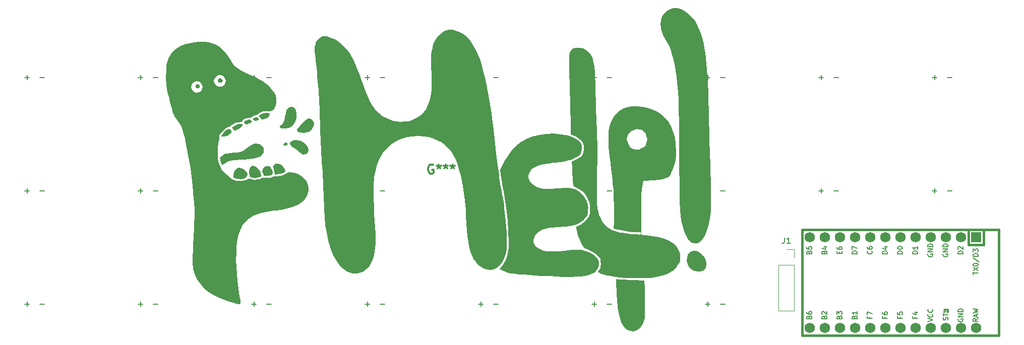
<source format=gbr>
%TF.GenerationSoftware,KiCad,Pcbnew,6.99.0*%
%TF.CreationDate,2022-01-01T23:32:49+11:00*%
%TF.ProjectId,help,68656c70-2e6b-4696-9361-645f70636258,rev?*%
%TF.SameCoordinates,Original*%
%TF.FileFunction,Legend,Top*%
%TF.FilePolarity,Positive*%
%FSLAX46Y46*%
G04 Gerber Fmt 4.6, Leading zero omitted, Abs format (unit mm)*
G04 Created by KiCad (PCBNEW 6.99.0) date 2022-01-01 23:32:49*
%MOMM*%
%LPD*%
G01*
G04 APERTURE LIST*
%ADD10C,0.150000*%
%ADD11C,0.300000*%
%ADD12C,0.120000*%
%ADD13C,0.381000*%
%ADD14R,1.752600X1.752600*%
%ADD15C,1.752600*%
G04 APERTURE END LIST*
D10*
%TO.C,SW25*%
X194564047Y-44846428D02*
X195325952Y-44846428D01*
X192024047Y-44846428D02*
X192785952Y-44846428D01*
X192405000Y-45227380D02*
X192405000Y-44465476D01*
%TO.C,J1*%
X167172916Y-71771130D02*
X167172916Y-72485416D01*
X167125297Y-72628273D01*
X167030059Y-72723511D01*
X166887202Y-72771130D01*
X166791964Y-72771130D01*
X168172916Y-72771130D02*
X167601488Y-72771130D01*
X167887202Y-72771130D02*
X167887202Y-71771130D01*
X167791964Y-71913988D01*
X167696726Y-72009226D01*
X167601488Y-72056845D01*
%TO.C,SW16*%
X137414047Y-44846428D02*
X138175952Y-44846428D01*
X134874047Y-44846428D02*
X135635952Y-44846428D01*
X135255000Y-45227380D02*
X135255000Y-44465476D01*
%TO.C,SW15*%
X118364047Y-82946428D02*
X119125952Y-82946428D01*
X115824047Y-82946428D02*
X116585952Y-82946428D01*
X116205000Y-83327380D02*
X116205000Y-82565476D01*
%TO.C,SW5*%
X58674047Y-63896428D02*
X59435952Y-63896428D01*
X59055000Y-64277380D02*
X59055000Y-63515476D01*
X61214047Y-63896428D02*
X61975952Y-63896428D01*
%TO.C,SW13*%
X115824047Y-44846428D02*
X116585952Y-44846428D01*
X116205000Y-45227380D02*
X116205000Y-44465476D01*
X118364047Y-44846428D02*
X119125952Y-44846428D01*
%TO.C,SW10*%
X96774047Y-44846428D02*
X97535952Y-44846428D01*
X97155000Y-45227380D02*
X97155000Y-44465476D01*
X99314047Y-44846428D02*
X100075952Y-44846428D01*
%TO.C,SW4*%
X61214047Y-44846428D02*
X61975952Y-44846428D01*
X58674047Y-44846428D02*
X59435952Y-44846428D01*
X59055000Y-45227380D02*
X59055000Y-44465476D01*
D11*
%TO.C,G\u002A\u002A\u002A*%
X108194928Y-59563000D02*
X108049785Y-59490428D01*
X107832071Y-59490428D01*
X107614357Y-59563000D01*
X107469214Y-59708142D01*
X107396642Y-59853285D01*
X107324071Y-60143571D01*
X107324071Y-60361285D01*
X107396642Y-60651571D01*
X107469214Y-60796714D01*
X107614357Y-60941857D01*
X107832071Y-61014428D01*
X107977214Y-61014428D01*
X108194928Y-60941857D01*
X108267500Y-60869285D01*
X108267500Y-60361285D01*
X107977214Y-60361285D01*
X109138357Y-59490428D02*
X109138357Y-59853285D01*
X108775500Y-59708142D02*
X109138357Y-59853285D01*
X109501214Y-59708142D01*
X108920642Y-60143571D02*
X109138357Y-59853285D01*
X109356071Y-60143571D01*
X110299500Y-59490428D02*
X110299500Y-59853285D01*
X109936642Y-59708142D02*
X110299500Y-59853285D01*
X110662357Y-59708142D01*
X110081785Y-60143571D02*
X110299500Y-59853285D01*
X110517214Y-60143571D01*
X111460642Y-59490428D02*
X111460642Y-59853285D01*
X111097785Y-59708142D02*
X111460642Y-59853285D01*
X111823500Y-59708142D01*
X111242928Y-60143571D02*
X111460642Y-59853285D01*
X111678357Y-60143571D01*
D10*
%TO.C,SW17*%
X134874047Y-63896428D02*
X135635952Y-63896428D01*
X135255000Y-64277380D02*
X135255000Y-63515476D01*
X137414047Y-63896428D02*
X138175952Y-63896428D01*
%TO.C,SW8*%
X77724047Y-63896428D02*
X78485952Y-63896428D01*
X78105000Y-64277380D02*
X78105000Y-63515476D01*
X80264047Y-63896428D02*
X81025952Y-63896428D01*
%TO.C,SW7*%
X77724047Y-44846428D02*
X78485952Y-44846428D01*
X78105000Y-45227380D02*
X78105000Y-44465476D01*
X80264047Y-44846428D02*
X81025952Y-44846428D01*
%TO.C,SW19*%
X153924047Y-44846428D02*
X154685952Y-44846428D01*
X154305000Y-45227380D02*
X154305000Y-44465476D01*
X156464047Y-44846428D02*
X157225952Y-44846428D01*
%TO.C,U1*%
X176416107Y-74466380D02*
X176416107Y-74199714D01*
X176835154Y-74085428D02*
X176835154Y-74466380D01*
X176035154Y-74466380D01*
X176035154Y-74085428D01*
X176035154Y-73399714D02*
X176035154Y-73552095D01*
X176073250Y-73628285D01*
X176111345Y-73666380D01*
X176225630Y-73742571D01*
X176378011Y-73780666D01*
X176682773Y-73780666D01*
X176758964Y-73742571D01*
X176797059Y-73704476D01*
X176835154Y-73628285D01*
X176835154Y-73475904D01*
X176797059Y-73399714D01*
X176758964Y-73361619D01*
X176682773Y-73323523D01*
X176492297Y-73323523D01*
X176416107Y-73361619D01*
X176378011Y-73399714D01*
X176339916Y-73475904D01*
X176339916Y-73628285D01*
X176378011Y-73704476D01*
X176416107Y-73742571D01*
X176492297Y-73780666D01*
X184036107Y-85102666D02*
X184036107Y-85369333D01*
X184455154Y-85369333D02*
X183655154Y-85369333D01*
X183655154Y-84988380D01*
X183655154Y-84340761D02*
X183655154Y-84493142D01*
X183693250Y-84569333D01*
X183731345Y-84607428D01*
X183845630Y-84683619D01*
X183998011Y-84721714D01*
X184302773Y-84721714D01*
X184378964Y-84683619D01*
X184417059Y-84645523D01*
X184455154Y-84569333D01*
X184455154Y-84416952D01*
X184417059Y-84340761D01*
X184378964Y-84302666D01*
X184302773Y-84264571D01*
X184112297Y-84264571D01*
X184036107Y-84302666D01*
X183998011Y-84340761D01*
X183959916Y-84416952D01*
X183959916Y-84569333D01*
X183998011Y-84645523D01*
X184036107Y-84683619D01*
X184112297Y-84721714D01*
X171336107Y-85159809D02*
X171374202Y-85045523D01*
X171412297Y-85007428D01*
X171488488Y-84969333D01*
X171602773Y-84969333D01*
X171678964Y-85007428D01*
X171717059Y-85045523D01*
X171755154Y-85121714D01*
X171755154Y-85426476D01*
X170955154Y-85426476D01*
X170955154Y-85159809D01*
X170993250Y-85083619D01*
X171031345Y-85045523D01*
X171107535Y-85007428D01*
X171183726Y-85007428D01*
X171259916Y-85045523D01*
X171298011Y-85083619D01*
X171336107Y-85159809D01*
X171336107Y-85426476D01*
X170955154Y-84283619D02*
X170955154Y-84436000D01*
X170993250Y-84512190D01*
X171031345Y-84550285D01*
X171145630Y-84626476D01*
X171298011Y-84664571D01*
X171602773Y-84664571D01*
X171678964Y-84626476D01*
X171717059Y-84588380D01*
X171755154Y-84512190D01*
X171755154Y-84359809D01*
X171717059Y-84283619D01*
X171678964Y-84245523D01*
X171602773Y-84207428D01*
X171412297Y-84207428D01*
X171336107Y-84245523D01*
X171298011Y-84283619D01*
X171259916Y-84359809D01*
X171259916Y-84512190D01*
X171298011Y-84588380D01*
X171336107Y-84626476D01*
X171412297Y-84664571D01*
X184455154Y-74504476D02*
X183655154Y-74504476D01*
X183655154Y-74314000D01*
X183693250Y-74199714D01*
X183769440Y-74123523D01*
X183845630Y-74085428D01*
X183998011Y-74047333D01*
X184112297Y-74047333D01*
X184264678Y-74085428D01*
X184340869Y-74123523D01*
X184417059Y-74199714D01*
X184455154Y-74314000D01*
X184455154Y-74504476D01*
X183921821Y-73361619D02*
X184455154Y-73361619D01*
X183617059Y-73552095D02*
X184188488Y-73742571D01*
X184188488Y-73247333D01*
X181838964Y-74047333D02*
X181877059Y-74085428D01*
X181915154Y-74199714D01*
X181915154Y-74275904D01*
X181877059Y-74390190D01*
X181800869Y-74466380D01*
X181724678Y-74504476D01*
X181572297Y-74542571D01*
X181458011Y-74542571D01*
X181305630Y-74504476D01*
X181229440Y-74466380D01*
X181153250Y-74390190D01*
X181115154Y-74275904D01*
X181115154Y-74199714D01*
X181153250Y-74085428D01*
X181191345Y-74047333D01*
X181115154Y-73361619D02*
X181115154Y-73514000D01*
X181153250Y-73590190D01*
X181191345Y-73628285D01*
X181305630Y-73704476D01*
X181458011Y-73742571D01*
X181762773Y-73742571D01*
X181838964Y-73704476D01*
X181877059Y-73666380D01*
X181915154Y-73590190D01*
X181915154Y-73437809D01*
X181877059Y-73361619D01*
X181838964Y-73323523D01*
X181762773Y-73285428D01*
X181572297Y-73285428D01*
X181496107Y-73323523D01*
X181458011Y-73361619D01*
X181419916Y-73437809D01*
X181419916Y-73590190D01*
X181458011Y-73666380D01*
X181496107Y-73704476D01*
X181572297Y-73742571D01*
X191313250Y-74523523D02*
X191275154Y-74599714D01*
X191275154Y-74714000D01*
X191313250Y-74828285D01*
X191389440Y-74904476D01*
X191465630Y-74942571D01*
X191618011Y-74980666D01*
X191732297Y-74980666D01*
X191884678Y-74942571D01*
X191960869Y-74904476D01*
X192037059Y-74828285D01*
X192075154Y-74714000D01*
X192075154Y-74637809D01*
X192037059Y-74523523D01*
X191998964Y-74485428D01*
X191732297Y-74485428D01*
X191732297Y-74637809D01*
X192075154Y-74142571D02*
X191275154Y-74142571D01*
X192075154Y-73685428D01*
X191275154Y-73685428D01*
X192075154Y-73304476D02*
X191275154Y-73304476D01*
X191275154Y-73114000D01*
X191313250Y-72999714D01*
X191389440Y-72923523D01*
X191465630Y-72885428D01*
X191618011Y-72847333D01*
X191732297Y-72847333D01*
X191884678Y-72885428D01*
X191960869Y-72923523D01*
X192037059Y-72999714D01*
X192075154Y-73114000D01*
X192075154Y-73304476D01*
X186576107Y-85102666D02*
X186576107Y-85369333D01*
X186995154Y-85369333D02*
X186195154Y-85369333D01*
X186195154Y-84988380D01*
X186195154Y-84302666D02*
X186195154Y-84683619D01*
X186576107Y-84721714D01*
X186538011Y-84683619D01*
X186499916Y-84607428D01*
X186499916Y-84416952D01*
X186538011Y-84340761D01*
X186576107Y-84302666D01*
X186652297Y-84264571D01*
X186842773Y-84264571D01*
X186918964Y-84302666D01*
X186957059Y-84340761D01*
X186995154Y-84416952D01*
X186995154Y-84607428D01*
X186957059Y-84683619D01*
X186918964Y-84721714D01*
X189535154Y-74504476D02*
X188735154Y-74504476D01*
X188735154Y-74314000D01*
X188773250Y-74199714D01*
X188849440Y-74123523D01*
X188925630Y-74085428D01*
X189078011Y-74047333D01*
X189192297Y-74047333D01*
X189344678Y-74085428D01*
X189420869Y-74123523D01*
X189497059Y-74199714D01*
X189535154Y-74314000D01*
X189535154Y-74504476D01*
X189535154Y-73285428D02*
X189535154Y-73742571D01*
X189535154Y-73514000D02*
X188735154Y-73514000D01*
X188849440Y-73590190D01*
X188925630Y-73666380D01*
X188963726Y-73742571D01*
X178956107Y-85159809D02*
X178994202Y-85045523D01*
X179032297Y-85007428D01*
X179108488Y-84969333D01*
X179222773Y-84969333D01*
X179298964Y-85007428D01*
X179337059Y-85045523D01*
X179375154Y-85121714D01*
X179375154Y-85426476D01*
X178575154Y-85426476D01*
X178575154Y-85159809D01*
X178613250Y-85083619D01*
X178651345Y-85045523D01*
X178727535Y-85007428D01*
X178803726Y-85007428D01*
X178879916Y-85045523D01*
X178918011Y-85083619D01*
X178956107Y-85159809D01*
X178956107Y-85426476D01*
X179375154Y-84207428D02*
X179375154Y-84664571D01*
X179375154Y-84436000D02*
X178575154Y-84436000D01*
X178689440Y-84512190D01*
X178765630Y-84588380D01*
X178803726Y-84664571D01*
X176416107Y-85159809D02*
X176454202Y-85045523D01*
X176492297Y-85007428D01*
X176568488Y-84969333D01*
X176682773Y-84969333D01*
X176758964Y-85007428D01*
X176797059Y-85045523D01*
X176835154Y-85121714D01*
X176835154Y-85426476D01*
X176035154Y-85426476D01*
X176035154Y-85159809D01*
X176073250Y-85083619D01*
X176111345Y-85045523D01*
X176187535Y-85007428D01*
X176263726Y-85007428D01*
X176339916Y-85045523D01*
X176378011Y-85083619D01*
X176416107Y-85159809D01*
X176416107Y-85426476D01*
X176035154Y-84702666D02*
X176035154Y-84207428D01*
X176339916Y-84474095D01*
X176339916Y-84359809D01*
X176378011Y-84283619D01*
X176416107Y-84245523D01*
X176492297Y-84207428D01*
X176682773Y-84207428D01*
X176758964Y-84245523D01*
X176797059Y-84283619D01*
X176835154Y-84359809D01*
X176835154Y-84588380D01*
X176797059Y-84664571D01*
X176758964Y-84702666D01*
X199695154Y-85388380D02*
X199314202Y-85655047D01*
X199695154Y-85845523D02*
X198895154Y-85845523D01*
X198895154Y-85540761D01*
X198933250Y-85464571D01*
X198971345Y-85426476D01*
X199047535Y-85388380D01*
X199161821Y-85388380D01*
X199238011Y-85426476D01*
X199276107Y-85464571D01*
X199314202Y-85540761D01*
X199314202Y-85845523D01*
X199466583Y-85083619D02*
X199466583Y-84702666D01*
X199695154Y-85159809D02*
X198895154Y-84893142D01*
X199695154Y-84626476D01*
X198895154Y-84436000D02*
X199695154Y-84245523D01*
X199123726Y-84093142D01*
X199695154Y-83940761D01*
X198895154Y-83750285D01*
X191275154Y-85902666D02*
X192075154Y-85636000D01*
X191275154Y-85369333D01*
X191998964Y-84645523D02*
X192037059Y-84683619D01*
X192075154Y-84797904D01*
X192075154Y-84874095D01*
X192037059Y-84988380D01*
X191960869Y-85064571D01*
X191884678Y-85102666D01*
X191732297Y-85140761D01*
X191618011Y-85140761D01*
X191465630Y-85102666D01*
X191389440Y-85064571D01*
X191313250Y-84988380D01*
X191275154Y-84874095D01*
X191275154Y-84797904D01*
X191313250Y-84683619D01*
X191351345Y-84645523D01*
X191998964Y-83845523D02*
X192037059Y-83883619D01*
X192075154Y-83997904D01*
X192075154Y-84074095D01*
X192037059Y-84188380D01*
X191960869Y-84264571D01*
X191884678Y-84302666D01*
X191732297Y-84340761D01*
X191618011Y-84340761D01*
X191465630Y-84302666D01*
X191389440Y-84264571D01*
X191313250Y-84188380D01*
X191275154Y-84074095D01*
X191275154Y-83997904D01*
X191313250Y-83883619D01*
X191351345Y-83845523D01*
X171336107Y-74237809D02*
X171374202Y-74123523D01*
X171412297Y-74085428D01*
X171488488Y-74047333D01*
X171602773Y-74047333D01*
X171678964Y-74085428D01*
X171717059Y-74123523D01*
X171755154Y-74199714D01*
X171755154Y-74504476D01*
X170955154Y-74504476D01*
X170955154Y-74237809D01*
X170993250Y-74161619D01*
X171031345Y-74123523D01*
X171107535Y-74085428D01*
X171183726Y-74085428D01*
X171259916Y-74123523D01*
X171298011Y-74161619D01*
X171336107Y-74237809D01*
X171336107Y-74504476D01*
X170955154Y-73323523D02*
X170955154Y-73704476D01*
X171336107Y-73742571D01*
X171298011Y-73704476D01*
X171259916Y-73628285D01*
X171259916Y-73437809D01*
X171298011Y-73361619D01*
X171336107Y-73323523D01*
X171412297Y-73285428D01*
X171602773Y-73285428D01*
X171678964Y-73323523D01*
X171717059Y-73361619D01*
X171755154Y-73437809D01*
X171755154Y-73628285D01*
X171717059Y-73704476D01*
X171678964Y-73742571D01*
X196393250Y-85445523D02*
X196355154Y-85521714D01*
X196355154Y-85636000D01*
X196393250Y-85750285D01*
X196469440Y-85826476D01*
X196545630Y-85864571D01*
X196698011Y-85902666D01*
X196812297Y-85902666D01*
X196964678Y-85864571D01*
X197040869Y-85826476D01*
X197117059Y-85750285D01*
X197155154Y-85636000D01*
X197155154Y-85559809D01*
X197117059Y-85445523D01*
X197078964Y-85407428D01*
X196812297Y-85407428D01*
X196812297Y-85559809D01*
X197155154Y-85064571D02*
X196355154Y-85064571D01*
X197155154Y-84607428D01*
X196355154Y-84607428D01*
X197155154Y-84226476D02*
X196355154Y-84226476D01*
X196355154Y-84036000D01*
X196393250Y-83921714D01*
X196469440Y-83845523D01*
X196545630Y-83807428D01*
X196698011Y-83769333D01*
X196812297Y-83769333D01*
X196964678Y-83807428D01*
X197040869Y-83845523D01*
X197117059Y-83921714D01*
X197155154Y-84036000D01*
X197155154Y-84226476D01*
X173876107Y-85159809D02*
X173914202Y-85045523D01*
X173952297Y-85007428D01*
X174028488Y-84969333D01*
X174142773Y-84969333D01*
X174218964Y-85007428D01*
X174257059Y-85045523D01*
X174295154Y-85121714D01*
X174295154Y-85426476D01*
X173495154Y-85426476D01*
X173495154Y-85159809D01*
X173533250Y-85083619D01*
X173571345Y-85045523D01*
X173647535Y-85007428D01*
X173723726Y-85007428D01*
X173799916Y-85045523D01*
X173838011Y-85083619D01*
X173876107Y-85159809D01*
X173876107Y-85426476D01*
X173571345Y-84664571D02*
X173533250Y-84626476D01*
X173495154Y-84550285D01*
X173495154Y-84359809D01*
X173533250Y-84283619D01*
X173571345Y-84245523D01*
X173647535Y-84207428D01*
X173723726Y-84207428D01*
X173838011Y-84245523D01*
X174295154Y-84702666D01*
X174295154Y-84207428D01*
X179375154Y-74504476D02*
X178575154Y-74504476D01*
X178575154Y-74314000D01*
X178613250Y-74199714D01*
X178689440Y-74123523D01*
X178765630Y-74085428D01*
X178918011Y-74047333D01*
X179032297Y-74047333D01*
X179184678Y-74085428D01*
X179260869Y-74123523D01*
X179337059Y-74199714D01*
X179375154Y-74314000D01*
X179375154Y-74504476D01*
X178575154Y-73780666D02*
X178575154Y-73247333D01*
X179375154Y-73590190D01*
X173876107Y-74237809D02*
X173914202Y-74123523D01*
X173952297Y-74085428D01*
X174028488Y-74047333D01*
X174142773Y-74047333D01*
X174218964Y-74085428D01*
X174257059Y-74123523D01*
X174295154Y-74199714D01*
X174295154Y-74504476D01*
X173495154Y-74504476D01*
X173495154Y-74237809D01*
X173533250Y-74161619D01*
X173571345Y-74123523D01*
X173647535Y-74085428D01*
X173723726Y-74085428D01*
X173799916Y-74123523D01*
X173838011Y-74161619D01*
X173876107Y-74237809D01*
X173876107Y-74504476D01*
X173761821Y-73361619D02*
X174295154Y-73361619D01*
X173457059Y-73552095D02*
X174028488Y-73742571D01*
X174028488Y-73247333D01*
X193853250Y-74523523D02*
X193815154Y-74599714D01*
X193815154Y-74714000D01*
X193853250Y-74828285D01*
X193929440Y-74904476D01*
X194005630Y-74942571D01*
X194158011Y-74980666D01*
X194272297Y-74980666D01*
X194424678Y-74942571D01*
X194500869Y-74904476D01*
X194577059Y-74828285D01*
X194615154Y-74714000D01*
X194615154Y-74637809D01*
X194577059Y-74523523D01*
X194538964Y-74485428D01*
X194272297Y-74485428D01*
X194272297Y-74637809D01*
X194615154Y-74142571D02*
X193815154Y-74142571D01*
X194615154Y-73685428D01*
X193815154Y-73685428D01*
X194615154Y-73304476D02*
X193815154Y-73304476D01*
X193815154Y-73114000D01*
X193853250Y-72999714D01*
X193929440Y-72923523D01*
X194005630Y-72885428D01*
X194158011Y-72847333D01*
X194272297Y-72847333D01*
X194424678Y-72885428D01*
X194500869Y-72923523D01*
X194577059Y-72999714D01*
X194615154Y-73114000D01*
X194615154Y-73304476D01*
X186995154Y-74504476D02*
X186195154Y-74504476D01*
X186195154Y-74314000D01*
X186233250Y-74199714D01*
X186309440Y-74123523D01*
X186385630Y-74085428D01*
X186538011Y-74047333D01*
X186652297Y-74047333D01*
X186804678Y-74085428D01*
X186880869Y-74123523D01*
X186957059Y-74199714D01*
X186995154Y-74314000D01*
X186995154Y-74504476D01*
X186195154Y-73552095D02*
X186195154Y-73475904D01*
X186233250Y-73399714D01*
X186271345Y-73361619D01*
X186347535Y-73323523D01*
X186499916Y-73285428D01*
X186690392Y-73285428D01*
X186842773Y-73323523D01*
X186918964Y-73361619D01*
X186957059Y-73399714D01*
X186995154Y-73475904D01*
X186995154Y-73552095D01*
X186957059Y-73628285D01*
X186918964Y-73666380D01*
X186842773Y-73704476D01*
X186690392Y-73742571D01*
X186499916Y-73742571D01*
X186347535Y-73704476D01*
X186271345Y-73666380D01*
X186233250Y-73628285D01*
X186195154Y-73552095D01*
X181496107Y-85102666D02*
X181496107Y-85369333D01*
X181915154Y-85369333D02*
X181115154Y-85369333D01*
X181115154Y-84988380D01*
X181115154Y-84759809D02*
X181115154Y-84226476D01*
X181915154Y-84569333D01*
X189116107Y-85102666D02*
X189116107Y-85369333D01*
X189535154Y-85369333D02*
X188735154Y-85369333D01*
X188735154Y-84988380D01*
X189001821Y-84340761D02*
X189535154Y-84340761D01*
X188697059Y-84531238D02*
X189268488Y-84721714D01*
X189268488Y-84226476D01*
X197155154Y-74504476D02*
X196355154Y-74504476D01*
X196355154Y-74314000D01*
X196393250Y-74199714D01*
X196469440Y-74123523D01*
X196545630Y-74085428D01*
X196698011Y-74047333D01*
X196812297Y-74047333D01*
X196964678Y-74085428D01*
X197040869Y-74123523D01*
X197117059Y-74199714D01*
X197155154Y-74314000D01*
X197155154Y-74504476D01*
X196431345Y-73742571D02*
X196393250Y-73704476D01*
X196355154Y-73628285D01*
X196355154Y-73437809D01*
X196393250Y-73361619D01*
X196431345Y-73323523D01*
X196507535Y-73285428D01*
X196583726Y-73285428D01*
X196698011Y-73323523D01*
X197155154Y-73780666D01*
X197155154Y-73285428D01*
X194607059Y-85641453D02*
X194645154Y-85527167D01*
X194645154Y-85336691D01*
X194607059Y-85260500D01*
X194568964Y-85222405D01*
X194492773Y-85184310D01*
X194416583Y-85184310D01*
X194340392Y-85222405D01*
X194302297Y-85260500D01*
X194264202Y-85336691D01*
X194226107Y-85489072D01*
X194188011Y-85565262D01*
X194149916Y-85603358D01*
X194073726Y-85641453D01*
X193997535Y-85641453D01*
X193921345Y-85603358D01*
X193883250Y-85565262D01*
X193845154Y-85489072D01*
X193845154Y-85298596D01*
X193883250Y-85184310D01*
X193845154Y-84955739D02*
X193845154Y-84498596D01*
X194645154Y-84727167D02*
X193845154Y-84727167D01*
X198895154Y-77993604D02*
X198895154Y-77536461D01*
X199695154Y-77765032D02*
X198895154Y-77765032D01*
X198895154Y-77345985D02*
X199695154Y-76812651D01*
X198895154Y-76812651D02*
X199695154Y-77345985D01*
X198895154Y-76355508D02*
X198895154Y-76279318D01*
X198933250Y-76203128D01*
X198971345Y-76165032D01*
X199047535Y-76126937D01*
X199199916Y-76088842D01*
X199390392Y-76088842D01*
X199542773Y-76126937D01*
X199618964Y-76165032D01*
X199657059Y-76203128D01*
X199695154Y-76279318D01*
X199695154Y-76355508D01*
X199657059Y-76431699D01*
X199618964Y-76469794D01*
X199542773Y-76507889D01*
X199390392Y-76545985D01*
X199199916Y-76545985D01*
X199047535Y-76507889D01*
X198971345Y-76469794D01*
X198933250Y-76431699D01*
X198895154Y-76355508D01*
X198857059Y-75174556D02*
X199885630Y-75860270D01*
X199695154Y-74907889D02*
X198895154Y-74907889D01*
X198895154Y-74717413D01*
X198933250Y-74603128D01*
X199009440Y-74526937D01*
X199085630Y-74488842D01*
X199238011Y-74450747D01*
X199352297Y-74450747D01*
X199504678Y-74488842D01*
X199580869Y-74526937D01*
X199657059Y-74603128D01*
X199695154Y-74717413D01*
X199695154Y-74907889D01*
X198895154Y-74184080D02*
X198895154Y-73688842D01*
X199199916Y-73955508D01*
X199199916Y-73841223D01*
X199238011Y-73765032D01*
X199276107Y-73726937D01*
X199352297Y-73688842D01*
X199542773Y-73688842D01*
X199618964Y-73726937D01*
X199657059Y-73765032D01*
X199695154Y-73841223D01*
X199695154Y-74069794D01*
X199657059Y-74145985D01*
X199618964Y-74184080D01*
%TO.C,SW20*%
X156464047Y-63896428D02*
X157225952Y-63896428D01*
X153924047Y-63896428D02*
X154685952Y-63896428D01*
X154305000Y-64277380D02*
X154305000Y-63515476D01*
%TO.C,SW11*%
X99314047Y-63896428D02*
X100075952Y-63896428D01*
X96774047Y-63896428D02*
X97535952Y-63896428D01*
X97155000Y-64277380D02*
X97155000Y-63515476D01*
%TO.C,SW26*%
X192024047Y-63896428D02*
X192785952Y-63896428D01*
X192405000Y-64277380D02*
X192405000Y-63515476D01*
X194564047Y-63896428D02*
X195325952Y-63896428D01*
%TO.C,SW21*%
X153924047Y-82946428D02*
X154685952Y-82946428D01*
X154305000Y-83327380D02*
X154305000Y-82565476D01*
X156464047Y-82946428D02*
X157225952Y-82946428D01*
%TO.C,SW14*%
X118364047Y-63896428D02*
X119125952Y-63896428D01*
X115824047Y-63896428D02*
X116585952Y-63896428D01*
X116205000Y-64277380D02*
X116205000Y-63515476D01*
%TO.C,SW12*%
X99314047Y-82946428D02*
X100075952Y-82946428D01*
X96774047Y-82946428D02*
X97535952Y-82946428D01*
X97155000Y-83327380D02*
X97155000Y-82565476D01*
%TO.C,SW18*%
X134874047Y-82946428D02*
X135635952Y-82946428D01*
X135255000Y-83327380D02*
X135255000Y-82565476D01*
X137414047Y-82946428D02*
X138175952Y-82946428D01*
%TO.C,SW22*%
X172974047Y-44846428D02*
X173735952Y-44846428D01*
X173355000Y-45227380D02*
X173355000Y-44465476D01*
X175514047Y-44846428D02*
X176275952Y-44846428D01*
%TO.C,SW9*%
X80264047Y-82946428D02*
X81025952Y-82946428D01*
X77724047Y-82946428D02*
X78485952Y-82946428D01*
X78105000Y-83327380D02*
X78105000Y-82565476D01*
%TO.C,SW1*%
X39624047Y-44846428D02*
X40385952Y-44846428D01*
X40005000Y-45227380D02*
X40005000Y-44465476D01*
X42164047Y-44846428D02*
X42925952Y-44846428D01*
%TO.C,SW2*%
X42164047Y-63896428D02*
X42925952Y-63896428D01*
X39624047Y-63896428D02*
X40385952Y-63896428D01*
X40005000Y-64277380D02*
X40005000Y-63515476D01*
%TO.C,SW3*%
X42164047Y-82946428D02*
X42925952Y-82946428D01*
X39624047Y-82946428D02*
X40385952Y-82946428D01*
X40005000Y-83327380D02*
X40005000Y-82565476D01*
%TO.C,SW23*%
X172974047Y-63896428D02*
X173735952Y-63896428D01*
X173355000Y-64277380D02*
X173355000Y-63515476D01*
X175514047Y-63896428D02*
X176275952Y-63896428D01*
%TO.C,SW6*%
X61214047Y-82946428D02*
X61975952Y-82946428D01*
X58674047Y-82946428D02*
X59435952Y-82946428D01*
X59055000Y-83327380D02*
X59055000Y-82565476D01*
D12*
%TO.C,J1*%
X166176250Y-76358750D02*
X166176250Y-84038750D01*
X166176250Y-76358750D02*
X168836250Y-76358750D01*
X166176250Y-84038750D02*
X168836250Y-84038750D01*
X167506250Y-73758750D02*
X168836250Y-73758750D01*
X168836250Y-73758750D02*
X168836250Y-75088750D01*
X168836250Y-76358750D02*
X168836250Y-84038750D01*
%TO.C,G\u002A\u002A\u002A*%
G36*
X68784435Y-46026496D02*
G01*
X68941837Y-46146927D01*
X68995809Y-46342918D01*
X68945823Y-46531260D01*
X68801382Y-46659108D01*
X68600397Y-46691890D01*
X68409798Y-46629606D01*
X68319360Y-46531260D01*
X68268465Y-46309231D01*
X68342815Y-46127275D01*
X68511986Y-46018412D01*
X68745556Y-46015661D01*
X68784435Y-46026496D01*
G37*
G36*
X83676894Y-55924067D02*
G01*
X83734617Y-56064659D01*
X83699794Y-56177536D01*
X83567990Y-56284238D01*
X83379479Y-56336256D01*
X83196733Y-56327378D01*
X83082226Y-56251393D01*
X83076788Y-56239486D01*
X83065585Y-56036943D01*
X83192968Y-55888674D01*
X83322660Y-55837159D01*
X83527113Y-55836986D01*
X83676894Y-55924067D01*
G37*
G36*
X72647318Y-45042969D02*
G01*
X72792503Y-45203138D01*
X72839954Y-45365491D01*
X72772501Y-45556678D01*
X72604810Y-45694447D01*
X72388879Y-45758633D01*
X72176709Y-45729075D01*
X72076396Y-45661565D01*
X71990011Y-45483263D01*
X72021070Y-45283697D01*
X72145200Y-45106185D01*
X72338030Y-44994045D01*
X72462154Y-44975921D01*
X72647318Y-45042969D01*
G37*
G36*
X78648856Y-51557653D02*
G01*
X78788308Y-51663190D01*
X78901946Y-51831996D01*
X78874137Y-51954976D01*
X78718803Y-52053598D01*
X78401993Y-52136289D01*
X78126291Y-52087229D01*
X78040721Y-52035559D01*
X77920096Y-51898136D01*
X77948216Y-51771575D01*
X78128188Y-51642727D01*
X78134244Y-51639578D01*
X78424445Y-51533599D01*
X78648856Y-51557653D01*
G37*
G36*
X82456403Y-59411506D02*
G01*
X82782816Y-59620490D01*
X83062714Y-59942553D01*
X83068724Y-59951755D01*
X83263013Y-60308828D01*
X83333702Y-60587467D01*
X83279762Y-60782069D01*
X83229905Y-60830277D01*
X82943766Y-60970675D01*
X82514539Y-61081223D01*
X82053298Y-61148710D01*
X81566334Y-61202183D01*
X81566334Y-60926353D01*
X81537771Y-60699425D01*
X81464216Y-60407035D01*
X81395662Y-60204530D01*
X81224991Y-59758537D01*
X81474806Y-59535327D01*
X81774724Y-59361694D01*
X82111148Y-59322831D01*
X82456403Y-59411506D01*
G37*
G36*
X74072004Y-53531295D02*
G01*
X74216650Y-53655712D01*
X74332648Y-53810677D01*
X74350118Y-53930940D01*
X74289188Y-54076743D01*
X74074292Y-54375367D01*
X73763349Y-54596840D01*
X73599268Y-54673256D01*
X73388666Y-54736300D01*
X73138822Y-54776890D01*
X72895288Y-54792565D01*
X72703618Y-54780867D01*
X72609366Y-54739335D01*
X72606212Y-54726874D01*
X72656315Y-54605704D01*
X72786736Y-54412248D01*
X72967640Y-54184445D01*
X73169193Y-53960231D01*
X73334454Y-53800819D01*
X73630989Y-53578382D01*
X73870762Y-53489540D01*
X74072004Y-53531295D01*
G37*
G36*
X75967552Y-60093436D02*
G01*
X76348370Y-60274268D01*
X76705528Y-60574483D01*
X76860867Y-60757532D01*
X76990548Y-60940410D01*
X77035100Y-61075451D01*
X77007094Y-61236217D01*
X76964564Y-61364432D01*
X76811861Y-61645130D01*
X76570870Y-61831003D01*
X76223859Y-61931050D01*
X75800690Y-61955088D01*
X75475425Y-61936615D01*
X75161561Y-61894980D01*
X74982592Y-61854468D01*
X74670936Y-61759715D01*
X74673873Y-61295579D01*
X74728003Y-60808004D01*
X74882597Y-60435573D01*
X75136297Y-60181129D01*
X75232623Y-60127707D01*
X75587496Y-60041434D01*
X75967552Y-60093436D01*
G37*
G36*
X75976372Y-52687562D02*
G01*
X76167316Y-52740479D01*
X76264369Y-52821748D01*
X76268175Y-52842944D01*
X76211112Y-52936997D01*
X76064567Y-53089994D01*
X75865505Y-53269811D01*
X75650890Y-53444322D01*
X75457686Y-53581402D01*
X75352086Y-53639096D01*
X75046319Y-53742179D01*
X74828413Y-53748924D01*
X74660378Y-53654888D01*
X74566960Y-53547252D01*
X74464756Y-53374985D01*
X74433513Y-53248485D01*
X74439141Y-53231665D01*
X74546397Y-53141652D01*
X74754853Y-53020931D01*
X75019179Y-52891816D01*
X75294045Y-52776620D01*
X75512078Y-52703531D01*
X75741353Y-52672185D01*
X75976372Y-52687562D01*
G37*
G36*
X77088848Y-51965219D02*
G01*
X77246972Y-51949169D01*
X77418648Y-51998646D01*
X77463309Y-52016889D01*
X77690366Y-52131780D01*
X77766489Y-52237076D01*
X77692927Y-52353441D01*
X77491861Y-52489364D01*
X77129158Y-52672941D01*
X76850834Y-52742955D01*
X76637130Y-52701763D01*
X76513527Y-52606016D01*
X76415606Y-52456083D01*
X76436593Y-52324462D01*
X76587685Y-52193671D01*
X76762557Y-52105062D01*
X76969402Y-52105062D01*
X77008359Y-52144019D01*
X77047316Y-52105062D01*
X77008359Y-52066105D01*
X76969402Y-52105062D01*
X76762557Y-52105062D01*
X76868986Y-52051134D01*
X77088848Y-51965219D01*
G37*
G36*
X80643267Y-59791047D02*
G01*
X80804371Y-59840815D01*
X80920641Y-59961707D01*
X81033921Y-60185334D01*
X81083475Y-60300487D01*
X81219893Y-60699675D01*
X81241704Y-61000246D01*
X81142007Y-61211904D01*
X80913903Y-61344352D01*
X80550493Y-61407292D01*
X80290472Y-61415798D01*
X80026018Y-61407490D01*
X79830860Y-61385778D01*
X79750325Y-61357362D01*
X79709208Y-61255497D01*
X79639106Y-61056364D01*
X79585303Y-60894895D01*
X79512404Y-60649208D01*
X79494202Y-60487996D01*
X79529662Y-60350213D01*
X79574484Y-60256833D01*
X79785118Y-59974447D01*
X80069229Y-59820534D01*
X80395481Y-59780795D01*
X80643267Y-59791047D01*
G37*
G36*
X79659410Y-50922394D02*
G01*
X80144966Y-50832696D01*
X80371753Y-50840207D01*
X80592999Y-50875032D01*
X80743421Y-50916873D01*
X80770573Y-50932715D01*
X80768956Y-51026876D01*
X80700972Y-51199257D01*
X80661949Y-51272987D01*
X80474707Y-51504126D01*
X80215531Y-51698807D01*
X79924997Y-51839222D01*
X79643680Y-51907564D01*
X79412155Y-51886023D01*
X79345782Y-51850648D01*
X79252657Y-51752936D01*
X79122062Y-51584667D01*
X79094185Y-51545535D01*
X78920502Y-51297666D01*
X79002848Y-51248006D01*
X79618482Y-51248006D01*
X79657439Y-51286963D01*
X79696396Y-51248006D01*
X79657439Y-51209049D01*
X79618482Y-51248006D01*
X79002848Y-51248006D01*
X79172099Y-51145936D01*
X79659410Y-50922394D01*
G37*
G36*
X87569949Y-51781900D02*
G01*
X87833822Y-51935039D01*
X87877641Y-51976467D01*
X88083283Y-52282616D01*
X88164003Y-52639090D01*
X88128349Y-53015792D01*
X87984870Y-53382625D01*
X87742115Y-53709492D01*
X87408633Y-53966295D01*
X87296245Y-54023333D01*
X86899018Y-54132961D01*
X86411874Y-54152454D01*
X85872980Y-54080425D01*
X85851610Y-54075780D01*
X85553625Y-53992518D01*
X85388086Y-53892880D01*
X85331675Y-53756006D01*
X85345483Y-53622955D01*
X85420893Y-53476642D01*
X85586266Y-53254224D01*
X85815521Y-52983596D01*
X86082577Y-52692656D01*
X86361355Y-52409301D01*
X86625773Y-52161427D01*
X86849752Y-51976932D01*
X86942408Y-51914816D01*
X87277676Y-51775479D01*
X87569949Y-51781900D01*
G37*
G36*
X84764584Y-49877680D02*
G01*
X84997588Y-50081932D01*
X85161392Y-50405851D01*
X85247714Y-50835935D01*
X85259237Y-51092178D01*
X85207551Y-51684084D01*
X85060323Y-52219021D01*
X84829091Y-52674325D01*
X84525392Y-53027329D01*
X84160764Y-53255368D01*
X84157361Y-53256736D01*
X83849790Y-53345142D01*
X83470528Y-53406778D01*
X83093178Y-53432988D01*
X82799183Y-53416473D01*
X82557228Y-53327650D01*
X82448556Y-53185043D01*
X82478063Y-53019559D01*
X82650646Y-52862105D01*
X82706641Y-52832413D01*
X82913324Y-52683365D01*
X83073207Y-52447739D01*
X83195390Y-52104914D01*
X83288973Y-51634269D01*
X83313988Y-51456208D01*
X83422596Y-50860075D01*
X83578151Y-50405801D01*
X83786598Y-50084904D01*
X84053884Y-49888905D01*
X84385954Y-49809324D01*
X84470663Y-49806595D01*
X84764584Y-49877680D01*
G37*
G36*
X85712372Y-55465744D02*
G01*
X86193204Y-55641402D01*
X86609755Y-55905122D01*
X86939947Y-56238737D01*
X87161701Y-56624081D01*
X87252935Y-57042990D01*
X87254064Y-57095056D01*
X87185872Y-57403102D01*
X87003760Y-57640033D01*
X86741426Y-57784649D01*
X86432566Y-57815752D01*
X86202224Y-57756765D01*
X86073527Y-57676883D01*
X85867396Y-57521262D01*
X85621706Y-57318979D01*
X85539954Y-57248302D01*
X85265711Y-57020932D01*
X84994028Y-56816788D01*
X84774980Y-56673046D01*
X84737538Y-56652557D01*
X84540924Y-56527315D01*
X84410866Y-56400407D01*
X84392800Y-56367339D01*
X84295619Y-56217749D01*
X84240768Y-56172202D01*
X84160298Y-56052639D01*
X84137500Y-55920565D01*
X84209559Y-55745324D01*
X84402331Y-55589052D01*
X84680705Y-55469246D01*
X85009574Y-55403406D01*
X85189340Y-55396313D01*
X85712372Y-55465744D01*
G37*
G36*
X151049906Y-74552728D02*
G01*
X151284239Y-74269373D01*
X151587250Y-74068651D01*
X151918450Y-73966585D01*
X152237350Y-73979204D01*
X152371839Y-74029500D01*
X152548777Y-74115630D01*
X152701917Y-74186156D01*
X153214395Y-74484361D01*
X153604382Y-74872167D01*
X153886092Y-75365582D01*
X153981637Y-75627338D01*
X154076323Y-76121129D01*
X154042821Y-76568777D01*
X153886394Y-76950840D01*
X153612305Y-77247873D01*
X153527276Y-77305789D01*
X153115026Y-77472328D01*
X152644187Y-77510898D01*
X152148005Y-77419427D01*
X152078604Y-77396194D01*
X151658724Y-77179403D01*
X151287184Y-76860269D01*
X150999944Y-76476949D01*
X150835117Y-76076732D01*
X150790827Y-75650581D01*
X150834389Y-75183974D01*
X150860665Y-75089724D01*
X151377377Y-75089724D01*
X151416334Y-75128681D01*
X151455291Y-75089724D01*
X151416334Y-75050767D01*
X151377377Y-75089724D01*
X150860665Y-75089724D01*
X150955625Y-74749109D01*
X151049906Y-74552728D01*
G37*
G36*
X77437655Y-60030810D02*
G01*
X77651405Y-59796919D01*
X77914737Y-59707291D01*
X78219335Y-59761514D01*
X78556879Y-59959180D01*
X78716235Y-60093830D01*
X78941463Y-60347997D01*
X79130620Y-60646560D01*
X79266236Y-60950199D01*
X79330841Y-61219598D01*
X79306965Y-61415439D01*
X79305082Y-61419054D01*
X79187771Y-61524887D01*
X78974023Y-61633062D01*
X78823860Y-61685876D01*
X78585033Y-61754854D01*
X78417470Y-61787194D01*
X78261305Y-61783299D01*
X78056668Y-61743573D01*
X77843575Y-61692496D01*
X77606468Y-61629243D01*
X77437321Y-61573279D01*
X77387116Y-61547827D01*
X77362628Y-61453763D01*
X77338168Y-61244851D01*
X77318240Y-60962006D01*
X77314749Y-60890307D01*
X77307652Y-60548186D01*
X77327623Y-60312755D01*
X77335774Y-60286043D01*
X77904371Y-60286043D01*
X77943328Y-60325000D01*
X77982285Y-60286043D01*
X77943328Y-60247086D01*
X77904371Y-60286043D01*
X77335774Y-60286043D01*
X77381499Y-60136193D01*
X77437655Y-60030810D01*
G37*
G36*
X78946808Y-56024457D02*
G01*
X79296069Y-56194662D01*
X79560514Y-56449791D01*
X79725187Y-56765378D01*
X79775134Y-57116954D01*
X79695402Y-57480055D01*
X79582126Y-57688828D01*
X79378419Y-57932459D01*
X79118552Y-58134276D01*
X78787199Y-58298597D01*
X78369036Y-58429738D01*
X77848739Y-58532016D01*
X77210981Y-58609750D01*
X76440438Y-58667256D01*
X76034432Y-58688231D01*
X75529500Y-58715060D01*
X75058379Y-58746811D01*
X74650470Y-58780980D01*
X74335173Y-58815064D01*
X74141887Y-58846557D01*
X74125537Y-58850817D01*
X73672832Y-59017212D01*
X73261544Y-59235958D01*
X72981400Y-59447254D01*
X72772232Y-59643162D01*
X72647058Y-59343579D01*
X72545065Y-59066377D01*
X72450803Y-58758874D01*
X72434226Y-58695871D01*
X72346567Y-58347747D01*
X72669144Y-58061485D01*
X72865784Y-57906137D01*
X73077166Y-57787517D01*
X73330914Y-57698369D01*
X73654651Y-57631435D01*
X74076002Y-57579458D01*
X74622590Y-57535180D01*
X74689906Y-57530579D01*
X75238272Y-57482450D01*
X75673419Y-57411095D01*
X76037779Y-57300743D01*
X76373784Y-57135627D01*
X76723864Y-56899976D01*
X77028590Y-56661454D01*
X77502543Y-56313844D01*
X77922696Y-56090403D01*
X78312738Y-55980104D01*
X78527684Y-55963642D01*
X78946808Y-56024457D01*
G37*
G36*
X139413514Y-78791533D02*
G01*
X139461967Y-78797094D01*
X139681556Y-78816087D01*
X140027304Y-78837527D01*
X140469589Y-78859972D01*
X140978789Y-78881978D01*
X141525283Y-78902103D01*
X141799035Y-78910882D01*
X143647990Y-78967117D01*
X143714371Y-80339770D01*
X143735503Y-80867084D01*
X143753804Y-81496489D01*
X143768127Y-82174255D01*
X143777323Y-82846654D01*
X143780269Y-83426534D01*
X143778210Y-84018837D01*
X143771310Y-84480312D01*
X143757925Y-84835925D01*
X143736412Y-85110643D01*
X143705126Y-85329432D01*
X143662423Y-85517259D01*
X143636762Y-85605784D01*
X143383182Y-86260023D01*
X143068184Y-86781681D01*
X142696835Y-87167129D01*
X142274201Y-87412737D01*
X141805351Y-87514877D01*
X141295349Y-87469922D01*
X141106159Y-87418155D01*
X140811689Y-87266744D01*
X140491675Y-87009011D01*
X140183436Y-86681220D01*
X139924295Y-86319633D01*
X139860580Y-86207879D01*
X139651118Y-85726199D01*
X139472813Y-85121900D01*
X139323259Y-84384917D01*
X139200052Y-83505185D01*
X139186904Y-83389379D01*
X139148969Y-83008779D01*
X139110132Y-82550387D01*
X139071712Y-82037919D01*
X139035025Y-81495092D01*
X139001388Y-80945621D01*
X138972117Y-80413222D01*
X138948529Y-79921612D01*
X138931941Y-79494506D01*
X138923670Y-79155619D01*
X138925032Y-78928669D01*
X138934440Y-78842254D01*
X138996769Y-78787389D01*
X139146335Y-78771349D01*
X139413514Y-78791533D01*
G37*
G36*
X137637009Y-54325516D02*
G01*
X137676665Y-53907857D01*
X137735893Y-53515211D01*
X137814169Y-53133252D01*
X137824294Y-53089684D01*
X138066622Y-52325323D01*
X138411180Y-51633442D01*
X138844291Y-51032822D01*
X139352278Y-50542241D01*
X139921463Y-50180481D01*
X139954729Y-50164479D01*
X140723525Y-49883586D01*
X141555478Y-49728259D01*
X142428101Y-49693877D01*
X143318907Y-49775824D01*
X144205410Y-49969479D01*
X145065123Y-50270224D01*
X145875559Y-50673441D01*
X146614233Y-51174511D01*
X147134987Y-51639268D01*
X147691901Y-52311367D01*
X148154536Y-53099756D01*
X148519386Y-53994066D01*
X148782943Y-54983924D01*
X148941699Y-56058959D01*
X148992224Y-57130522D01*
X148967743Y-58002867D01*
X148883912Y-58771862D01*
X148731173Y-59481814D01*
X148499969Y-60177032D01*
X148180740Y-60901824D01*
X148177079Y-60909356D01*
X148021678Y-61216632D01*
X147897391Y-61417468D01*
X147773141Y-61548305D01*
X147617853Y-61645586D01*
X147502427Y-61700491D01*
X147118336Y-61835453D01*
X146610921Y-61955539D01*
X146012348Y-62056130D01*
X145354784Y-62132607D01*
X144670395Y-62180352D01*
X144058948Y-62194939D01*
X143457643Y-62194939D01*
X143364872Y-62681902D01*
X143287476Y-63174149D01*
X143225705Y-63761786D01*
X143179101Y-64455368D01*
X143147206Y-65265450D01*
X143129564Y-66202587D01*
X143125717Y-67277334D01*
X143130680Y-68085014D01*
X143157439Y-70921370D01*
X142845782Y-70910254D01*
X142632547Y-70899405D01*
X142315476Y-70879384D01*
X141946058Y-70853551D01*
X141732829Y-70837593D01*
X141155321Y-70776685D01*
X140493497Y-70680215D01*
X139811758Y-70559157D01*
X139174504Y-70424486D01*
X138872163Y-70350126D01*
X138482592Y-70248087D01*
X138521549Y-69863998D01*
X138538454Y-69596804D01*
X138550103Y-69199025D01*
X138556776Y-68695803D01*
X138558756Y-68112284D01*
X138556326Y-67473611D01*
X138549768Y-66804928D01*
X138539363Y-66131379D01*
X138525396Y-65478108D01*
X138508146Y-64870258D01*
X138487898Y-64332974D01*
X138464933Y-63891400D01*
X138452512Y-63714264D01*
X138415069Y-63286640D01*
X138361738Y-62741973D01*
X138296519Y-62117776D01*
X138223409Y-61451560D01*
X138146406Y-60780838D01*
X138087115Y-60286043D01*
X137951365Y-59152639D01*
X137839372Y-58158835D01*
X137750612Y-57290310D01*
X137684563Y-56532738D01*
X137640701Y-55871796D01*
X137618504Y-55293161D01*
X137618443Y-55263714D01*
X140724869Y-55263714D01*
X140736064Y-55364352D01*
X140832801Y-55748930D01*
X140994582Y-56127822D01*
X141195484Y-56450557D01*
X141402346Y-56661595D01*
X141763602Y-56861147D01*
X142156007Y-56984753D01*
X142517408Y-57014021D01*
X142573083Y-57008037D01*
X142795609Y-56950993D01*
X143079628Y-56845545D01*
X143274310Y-56757553D01*
X143543805Y-56605787D01*
X143724343Y-56440495D01*
X143875944Y-56202441D01*
X143917101Y-56123146D01*
X144093774Y-55658464D01*
X144133021Y-55211063D01*
X144034116Y-54748944D01*
X143877835Y-54390857D01*
X143711755Y-54097976D01*
X143553987Y-53905789D01*
X143362516Y-53767511D01*
X143276970Y-53721779D01*
X142840003Y-53576550D01*
X142390429Y-53557820D01*
X141951402Y-53650621D01*
X141546076Y-53839985D01*
X141197606Y-54110945D01*
X140929145Y-54448532D01*
X140763848Y-54837778D01*
X140724869Y-55263714D01*
X137618443Y-55263714D01*
X137617447Y-54782509D01*
X137637009Y-54325516D01*
G37*
G36*
X149202778Y-33232070D02*
G01*
X149823950Y-33382812D01*
X150438645Y-33675242D01*
X151033500Y-34105868D01*
X151126903Y-34188227D01*
X151681879Y-34764893D01*
X152166910Y-35433957D01*
X152602411Y-36224111D01*
X152657301Y-36339023D01*
X152890005Y-36863082D01*
X153101866Y-37405651D01*
X153293998Y-37976042D01*
X153467515Y-38583565D01*
X153623532Y-39237533D01*
X153763165Y-39947256D01*
X153887527Y-40722045D01*
X153997734Y-41571213D01*
X154094901Y-42504069D01*
X154180141Y-43529925D01*
X154254571Y-44658093D01*
X154319304Y-45897883D01*
X154375456Y-47258607D01*
X154424141Y-48749576D01*
X154466474Y-50380101D01*
X154494397Y-51683584D01*
X154515213Y-52641143D01*
X154541379Y-53694475D01*
X154571732Y-54804952D01*
X154605108Y-55933947D01*
X154640343Y-57042830D01*
X154676274Y-58092976D01*
X154711738Y-59045755D01*
X154729372Y-59484228D01*
X154784337Y-60886386D01*
X154826489Y-62145278D01*
X154855556Y-63272962D01*
X154871264Y-64281494D01*
X154873341Y-65182933D01*
X154861513Y-65989334D01*
X154835507Y-66712756D01*
X154795051Y-67365254D01*
X154739870Y-67958888D01*
X154669693Y-68505713D01*
X154584245Y-69017787D01*
X154504535Y-69411324D01*
X154311020Y-70150557D01*
X154069006Y-70836018D01*
X153788960Y-71448043D01*
X153481345Y-71966968D01*
X153156628Y-72373129D01*
X152825273Y-72646862D01*
X152764222Y-72681343D01*
X152453076Y-72771621D01*
X152083305Y-72773374D01*
X151722601Y-72689328D01*
X151600094Y-72634461D01*
X151263986Y-72378841D01*
X150942647Y-71982458D01*
X150642911Y-71460174D01*
X150371613Y-70826854D01*
X150135588Y-70097360D01*
X149941671Y-69286555D01*
X149862852Y-68856595D01*
X149819617Y-68586748D01*
X149780701Y-68320346D01*
X149745810Y-68047773D01*
X149714644Y-67759412D01*
X149686907Y-67445644D01*
X149662302Y-67096855D01*
X149640531Y-66703426D01*
X149621297Y-66255740D01*
X149604303Y-65744181D01*
X149589252Y-65159131D01*
X149575847Y-64490974D01*
X149563790Y-63730092D01*
X149552784Y-62866868D01*
X149542531Y-61891686D01*
X149532736Y-60794928D01*
X149523099Y-59566977D01*
X149513325Y-58198217D01*
X149507665Y-57364264D01*
X149498206Y-55973227D01*
X149489339Y-54727959D01*
X149480849Y-53618403D01*
X149472526Y-52634500D01*
X149464156Y-51766194D01*
X149455527Y-51003428D01*
X149446427Y-50336144D01*
X149436644Y-49754284D01*
X149425964Y-49247791D01*
X149414176Y-48806609D01*
X149401068Y-48420679D01*
X149386426Y-48079944D01*
X149370039Y-47774348D01*
X149351694Y-47493831D01*
X149331179Y-47228338D01*
X149308281Y-46967811D01*
X149282788Y-46702192D01*
X149282445Y-46698726D01*
X149168988Y-45620779D01*
X149053239Y-44670350D01*
X148930278Y-43819149D01*
X148795184Y-43038887D01*
X148643034Y-42301276D01*
X148468909Y-41578027D01*
X148267887Y-40840851D01*
X148256541Y-40801382D01*
X148109568Y-40308309D01*
X147981567Y-39927763D01*
X147855780Y-39620593D01*
X147715446Y-39347650D01*
X147543804Y-39069784D01*
X147464468Y-38951200D01*
X147122654Y-38388107D01*
X146823112Y-37779690D01*
X146587459Y-37175681D01*
X146437314Y-36625809D01*
X146425078Y-36560180D01*
X146367870Y-35865537D01*
X146440528Y-35219068D01*
X146635671Y-34635776D01*
X146945922Y-34130664D01*
X147363900Y-33718734D01*
X147882227Y-33414988D01*
X147994439Y-33369613D01*
X148588487Y-33226506D01*
X149202778Y-33232070D01*
G37*
G36*
X129689145Y-54434782D02*
G01*
X130457439Y-54565530D01*
X131090640Y-54727207D01*
X131680742Y-54946676D01*
X132201407Y-55210046D01*
X132626301Y-55503424D01*
X132929087Y-55812918D01*
X132988411Y-55900593D01*
X133155126Y-56318898D01*
X133193467Y-56793077D01*
X133101542Y-57287987D01*
X133068183Y-57384169D01*
X132949044Y-57652686D01*
X132799676Y-57869298D01*
X132591986Y-58058764D01*
X132297883Y-58245844D01*
X131889274Y-58455297D01*
X131809749Y-58493321D01*
X131461146Y-58641570D01*
X131071929Y-58770764D01*
X130620926Y-58885353D01*
X130086967Y-58989783D01*
X129448881Y-59088503D01*
X128685496Y-59185960D01*
X128306192Y-59229394D01*
X127495423Y-59329309D01*
X126821640Y-59434667D01*
X126266006Y-59549691D01*
X125809685Y-59678602D01*
X125433839Y-59825624D01*
X125261867Y-59911767D01*
X124817734Y-60223645D01*
X124484924Y-60605136D01*
X124276072Y-61034209D01*
X124203815Y-61488835D01*
X124223404Y-61722092D01*
X124370881Y-62156315D01*
X124649198Y-62569558D01*
X125033413Y-62937116D01*
X125498583Y-63234279D01*
X125926659Y-63409258D01*
X126320830Y-63495062D01*
X126839829Y-63551306D01*
X127455364Y-63577359D01*
X128139144Y-63572586D01*
X128862879Y-63536356D01*
X129421915Y-63487426D01*
X130065173Y-63430210D01*
X130591918Y-63409262D01*
X131037792Y-63427217D01*
X131438434Y-63486706D01*
X131829488Y-63590361D01*
X132102807Y-63685430D01*
X132673493Y-63981515D01*
X133180934Y-64416688D01*
X133620425Y-64985623D01*
X133987264Y-65682993D01*
X134089455Y-65934816D01*
X134172148Y-66185788D01*
X134216168Y-66428146D01*
X134227821Y-66718221D01*
X134215957Y-67064571D01*
X134185904Y-67416828D01*
X134137617Y-67742215D01*
X134079938Y-67985438D01*
X134060239Y-68038497D01*
X133871627Y-68343352D01*
X133576122Y-68674095D01*
X133210693Y-68996730D01*
X132812310Y-69277261D01*
X132561120Y-69417040D01*
X132231253Y-69564030D01*
X131885862Y-69682281D01*
X131498729Y-69776742D01*
X131043639Y-69852359D01*
X130494375Y-69914082D01*
X129824720Y-69966857D01*
X129556167Y-69984185D01*
X128854804Y-70031115D01*
X128284752Y-70078467D01*
X127821518Y-70129585D01*
X127440613Y-70187814D01*
X127117544Y-70256497D01*
X126827822Y-70338980D01*
X126737356Y-70369110D01*
X126198021Y-70611953D01*
X125747225Y-70929666D01*
X125397088Y-71304228D01*
X125159727Y-71717617D01*
X125047263Y-72151811D01*
X125071813Y-72588788D01*
X125125101Y-72766707D01*
X125324516Y-73102108D01*
X125648735Y-73421018D01*
X126066855Y-73700785D01*
X126547973Y-73918752D01*
X126804798Y-73998081D01*
X127166479Y-74061264D01*
X127650277Y-74099685D01*
X128224454Y-74113297D01*
X128857272Y-74102051D01*
X129516991Y-74065898D01*
X130171872Y-74004791D01*
X130185217Y-74003254D01*
X130889796Y-73925316D01*
X131466307Y-73870482D01*
X131940618Y-73837648D01*
X132338597Y-73825708D01*
X132686113Y-73833558D01*
X133009034Y-73860091D01*
X133145475Y-73876798D01*
X133902031Y-74053779D01*
X134637638Y-74375280D01*
X135281181Y-74794995D01*
X135608741Y-75069949D01*
X135821761Y-75315896D01*
X135945321Y-75573035D01*
X136004499Y-75881565D01*
X136011789Y-75966067D01*
X136001583Y-76486610D01*
X135891342Y-76907742D01*
X135684514Y-77217547D01*
X135637255Y-77260601D01*
X135488093Y-77403103D01*
X135408876Y-77511898D01*
X135404985Y-77528348D01*
X135336304Y-77601946D01*
X135153112Y-77706931D01*
X134889687Y-77828381D01*
X134580306Y-77951373D01*
X134259247Y-78060984D01*
X134036325Y-78124195D01*
X133572670Y-78214153D01*
X132978339Y-78286115D01*
X132277563Y-78338984D01*
X131494574Y-78371667D01*
X130653604Y-78383068D01*
X129778885Y-78372093D01*
X129093942Y-78347534D01*
X127686478Y-78279917D01*
X126428004Y-78214538D01*
X125311710Y-78150865D01*
X124330781Y-78088366D01*
X123478405Y-78026507D01*
X122747771Y-77964757D01*
X122132064Y-77902581D01*
X121624473Y-77839449D01*
X121218185Y-77774826D01*
X120906387Y-77708181D01*
X120901777Y-77707006D01*
X120607456Y-77619093D01*
X120283738Y-77502539D01*
X119963968Y-77372029D01*
X119681490Y-77242247D01*
X119469649Y-77127877D01*
X119361789Y-77043603D01*
X119354678Y-77025690D01*
X119403459Y-76946960D01*
X119530082Y-76791966D01*
X119672081Y-76632748D01*
X119933366Y-76288780D01*
X120195742Y-75837401D01*
X120436678Y-75325226D01*
X120633645Y-74798870D01*
X120737892Y-74427454D01*
X120805102Y-74013605D01*
X120848519Y-73463746D01*
X120868308Y-72795840D01*
X120864632Y-72027852D01*
X120837657Y-71177749D01*
X120787545Y-70263493D01*
X120714461Y-69303050D01*
X120688435Y-69012424D01*
X120607913Y-68162188D01*
X120534438Y-67435752D01*
X120463712Y-66801504D01*
X120391440Y-66227828D01*
X120313326Y-65683110D01*
X120225073Y-65135736D01*
X120122386Y-64554092D01*
X120000967Y-63906565D01*
X119979023Y-63792178D01*
X119874785Y-63235116D01*
X119772814Y-62662999D01*
X119680158Y-62117370D01*
X119603862Y-61639772D01*
X119550975Y-61271747D01*
X119549456Y-61259970D01*
X119434558Y-60363957D01*
X119781326Y-59662730D01*
X120244297Y-58812325D01*
X120767584Y-58001678D01*
X121331906Y-57254955D01*
X121917985Y-56596325D01*
X122506538Y-56049953D01*
X122899770Y-55753902D01*
X123857081Y-55200442D01*
X124892330Y-54779130D01*
X125999339Y-54490937D01*
X127171929Y-54336834D01*
X128403924Y-54317791D01*
X129689145Y-54434782D01*
G37*
G36*
X132690573Y-39859721D02*
G01*
X132737007Y-39864857D01*
X133376909Y-40011920D01*
X133936513Y-40291571D01*
X134410650Y-40700677D01*
X134674094Y-41039840D01*
X134809921Y-41268565D01*
X134917850Y-41516775D01*
X135012202Y-41825828D01*
X135107297Y-42237081D01*
X135134832Y-42370382D01*
X135188505Y-42640575D01*
X135234281Y-42890823D01*
X135273197Y-43137167D01*
X135306290Y-43395648D01*
X135334600Y-43682306D01*
X135359163Y-44013180D01*
X135381016Y-44404311D01*
X135401199Y-44871739D01*
X135420747Y-45431505D01*
X135440700Y-46099648D01*
X135462095Y-46892208D01*
X135484847Y-47780828D01*
X135507973Y-48639941D01*
X135536041Y-49591065D01*
X135567603Y-50590580D01*
X135601212Y-51594866D01*
X135635422Y-52560301D01*
X135668787Y-53443267D01*
X135690282Y-53975000D01*
X135729183Y-54979480D01*
X135756201Y-55865723D01*
X135771729Y-56670835D01*
X135776158Y-57431924D01*
X135769882Y-58186096D01*
X135753291Y-58970458D01*
X135745859Y-59234203D01*
X135727110Y-59963582D01*
X135710515Y-60796567D01*
X135696803Y-61680946D01*
X135686705Y-62564501D01*
X135680951Y-63395020D01*
X135679922Y-63948006D01*
X135681465Y-64645334D01*
X135685437Y-65208746D01*
X135692997Y-65660147D01*
X135705305Y-66021445D01*
X135723520Y-66314545D01*
X135748802Y-66561355D01*
X135782311Y-66783780D01*
X135825205Y-67003727D01*
X135846942Y-67103528D01*
X135940502Y-67489277D01*
X136047286Y-67876933D01*
X136148876Y-68201048D01*
X136181016Y-68290591D01*
X136528941Y-69000618D01*
X136995223Y-69610840D01*
X137576159Y-70118325D01*
X138268045Y-70520139D01*
X139067180Y-70813350D01*
X139495475Y-70916222D01*
X139919180Y-70991977D01*
X140416236Y-71064496D01*
X140951759Y-71130345D01*
X141490865Y-71186088D01*
X141998672Y-71228293D01*
X142440296Y-71253522D01*
X142780853Y-71258343D01*
X142904218Y-71251852D01*
X143123221Y-71245438D01*
X143254952Y-71269327D01*
X143274310Y-71291842D01*
X143346068Y-71331749D01*
X143537186Y-71373052D01*
X143811429Y-71408631D01*
X143917101Y-71418154D01*
X145099835Y-71550771D01*
X146142572Y-71747527D01*
X147047845Y-72009569D01*
X147818185Y-72338045D01*
X148456126Y-72734103D01*
X148964201Y-73198892D01*
X149344940Y-73733558D01*
X149441563Y-73922298D01*
X149577114Y-74241270D01*
X149651933Y-74516504D01*
X149683074Y-74825582D01*
X149687792Y-75042480D01*
X149679459Y-75396301D01*
X149638631Y-75669664D01*
X149549653Y-75937024D01*
X149454683Y-76151200D01*
X149102638Y-76728810D01*
X148622299Y-77228999D01*
X148011538Y-77653028D01*
X147268229Y-78002157D01*
X146390243Y-78277646D01*
X145577262Y-78447954D01*
X145200859Y-78495948D01*
X144698804Y-78535764D01*
X144101090Y-78566792D01*
X143437709Y-78588426D01*
X142738656Y-78600056D01*
X142033922Y-78601075D01*
X141353499Y-78590874D01*
X140727382Y-78568845D01*
X140430445Y-78552335D01*
X139613367Y-78483534D01*
X138811228Y-78385380D01*
X138050956Y-78262911D01*
X137359481Y-78121166D01*
X136763733Y-77965183D01*
X136290641Y-77800002D01*
X136201751Y-77761120D01*
X135809772Y-77580970D01*
X135993322Y-77367581D01*
X136141711Y-77140696D01*
X136253018Y-76879268D01*
X136257978Y-76862142D01*
X136311736Y-76562108D01*
X136335413Y-76197880D01*
X136329038Y-75829975D01*
X136292642Y-75518908D01*
X136257261Y-75386974D01*
X136087189Y-75102378D01*
X135794576Y-74792117D01*
X135405920Y-74476017D01*
X134947722Y-74173904D01*
X134446480Y-73905602D01*
X134049161Y-73735018D01*
X133496089Y-73524179D01*
X133105134Y-72748669D01*
X132841361Y-72182475D01*
X132606785Y-71596783D01*
X132416276Y-71033879D01*
X132284704Y-70536048D01*
X132240904Y-70291172D01*
X132192791Y-69933724D01*
X132646400Y-69749618D01*
X132994954Y-69561176D01*
X133379477Y-69278256D01*
X133758772Y-68938683D01*
X134091640Y-68580284D01*
X134336882Y-68240883D01*
X134384564Y-68153750D01*
X134462670Y-67984144D01*
X134512795Y-67824676D01*
X134539327Y-67637380D01*
X134546652Y-67384291D01*
X134539157Y-67027443D01*
X134533593Y-66863951D01*
X134517444Y-66466267D01*
X134495232Y-66178542D01*
X134456258Y-65954974D01*
X134389821Y-65749763D01*
X134285223Y-65517107D01*
X134160942Y-65268734D01*
X133855604Y-64722394D01*
X133543677Y-64295733D01*
X133192031Y-63954881D01*
X132767538Y-63665964D01*
X132406775Y-63475253D01*
X131688188Y-63125681D01*
X131638251Y-62134390D01*
X131613677Y-61642150D01*
X131585520Y-61071224D01*
X131557561Y-60498581D01*
X131537250Y-60077880D01*
X131486186Y-59012662D01*
X132140524Y-58689799D01*
X132453127Y-58527135D01*
X132730857Y-58367600D01*
X132929789Y-58237005D01*
X132979559Y-58196735D01*
X133215028Y-57889305D01*
X133386278Y-57481099D01*
X133475217Y-57020187D01*
X133483520Y-56857822D01*
X133468970Y-56386084D01*
X133403574Y-56024417D01*
X133275653Y-55732070D01*
X133090754Y-55487136D01*
X132849405Y-55268627D01*
X132513365Y-55026503D01*
X132133457Y-54792906D01*
X131760501Y-54599978D01*
X131551364Y-54513561D01*
X131314494Y-54428808D01*
X131296862Y-53383806D01*
X131291640Y-53121046D01*
X131282583Y-52719158D01*
X131270110Y-52194784D01*
X131254639Y-51564568D01*
X131236590Y-50845150D01*
X131216379Y-50053173D01*
X131194425Y-49205280D01*
X131171146Y-48318113D01*
X131146962Y-47408314D01*
X131142330Y-47235430D01*
X131118601Y-46342320D01*
X131096225Y-45483441D01*
X131075553Y-44673434D01*
X131056939Y-43926942D01*
X131040736Y-43258605D01*
X131027298Y-42683064D01*
X131016977Y-42214962D01*
X131010128Y-41868940D01*
X131007102Y-41659640D01*
X131006993Y-41625614D01*
X131053216Y-41024897D01*
X131189581Y-40550412D01*
X131418794Y-40199405D01*
X131743560Y-39969124D01*
X132166585Y-39856813D01*
X132690573Y-39859721D01*
G37*
G36*
X90361364Y-71420086D02*
G01*
X90142360Y-70062174D01*
X90102121Y-69736658D01*
X90072826Y-69470105D01*
X90045043Y-69179650D01*
X90018011Y-68851936D01*
X89990974Y-68473603D01*
X89963171Y-68031293D01*
X89933843Y-67511648D01*
X89902233Y-66901308D01*
X89867582Y-66186915D01*
X89829129Y-65355111D01*
X89786118Y-64392536D01*
X89744539Y-63441565D01*
X89719662Y-62905362D01*
X89686527Y-62247145D01*
X89646970Y-61500399D01*
X89602829Y-60698610D01*
X89555940Y-59875264D01*
X89508139Y-59063847D01*
X89471050Y-58455062D01*
X89422944Y-57644212D01*
X89374618Y-56766774D01*
X89327992Y-55862099D01*
X89284985Y-54969540D01*
X89251096Y-54208743D01*
X107355905Y-54208743D01*
X107394862Y-54247700D01*
X107433819Y-54208743D01*
X107394862Y-54169786D01*
X107355905Y-54208743D01*
X89251096Y-54208743D01*
X89247519Y-54128446D01*
X89217512Y-53378170D01*
X89203055Y-52962117D01*
X89179148Y-52240660D01*
X89151864Y-51459456D01*
X89122840Y-50662595D01*
X89093708Y-49894169D01*
X89066104Y-49198271D01*
X89044198Y-48676841D01*
X89018113Y-48174249D01*
X88980391Y-47581137D01*
X88932911Y-46918010D01*
X88877554Y-46205373D01*
X88816201Y-45463732D01*
X88750733Y-44713590D01*
X88683029Y-43975454D01*
X88614970Y-43269827D01*
X88548438Y-42617216D01*
X88485312Y-42038125D01*
X88427473Y-41553059D01*
X88376801Y-41182523D01*
X88335347Y-40947769D01*
X88282075Y-40438670D01*
X88324418Y-39810414D01*
X88428039Y-39219676D01*
X88581613Y-38820382D01*
X88845284Y-38452745D01*
X89181949Y-38156938D01*
X89554502Y-37973137D01*
X89588214Y-37963544D01*
X89848113Y-37914264D01*
X90111633Y-37913524D01*
X90408349Y-37967806D01*
X90767836Y-38083593D01*
X91219667Y-38267368D01*
X91461426Y-38374168D01*
X91827708Y-38542162D01*
X92106588Y-38684497D01*
X92336864Y-38828598D01*
X92557333Y-39001891D01*
X92806795Y-39231805D01*
X93124046Y-39545764D01*
X93136580Y-39558336D01*
X93433081Y-39865411D01*
X93700619Y-40167306D01*
X93946775Y-40478639D01*
X94179129Y-40814024D01*
X94405260Y-41188079D01*
X94632749Y-41615420D01*
X94869175Y-42110664D01*
X95122120Y-42688425D01*
X95399162Y-43363322D01*
X95707882Y-44149969D01*
X96055860Y-45062985D01*
X96225978Y-45515497D01*
X96560062Y-46399584D01*
X96851681Y-47152440D01*
X97108700Y-47790307D01*
X97338987Y-48329429D01*
X97550407Y-48786049D01*
X97750826Y-49176412D01*
X97948112Y-49516760D01*
X98150131Y-49823338D01*
X98364748Y-50112389D01*
X98580279Y-50377030D01*
X99108897Y-50901723D01*
X99753481Y-51373830D01*
X100477150Y-51771080D01*
X101243017Y-52071200D01*
X101515930Y-52149619D01*
X102079593Y-52250896D01*
X102721200Y-52293240D01*
X103385001Y-52277986D01*
X103535661Y-52260890D01*
X117562653Y-52260890D01*
X117601610Y-52299847D01*
X117640567Y-52260890D01*
X117601610Y-52221933D01*
X117562653Y-52260890D01*
X103535661Y-52260890D01*
X104015243Y-52206470D01*
X104556174Y-52080028D01*
X104567044Y-52076510D01*
X105070834Y-51864348D01*
X105593547Y-51562233D01*
X106084645Y-51204625D01*
X106493593Y-50825980D01*
X106625613Y-50672869D01*
X106978463Y-50176446D01*
X107270410Y-49647338D01*
X107504483Y-49069988D01*
X107683712Y-48428842D01*
X107811124Y-47708345D01*
X107889749Y-46892941D01*
X107922616Y-45967076D01*
X107912755Y-44915194D01*
X107886683Y-44196779D01*
X107849300Y-43083706D01*
X107845135Y-42109214D01*
X107876902Y-41259070D01*
X107947314Y-40519043D01*
X108059086Y-39874899D01*
X108214931Y-39312408D01*
X108417564Y-38817336D01*
X108669696Y-38375451D01*
X108921445Y-38042157D01*
X112970825Y-38042157D01*
X112990172Y-38082504D01*
X113033697Y-38138957D01*
X113147421Y-38260089D01*
X113198184Y-38259562D01*
X113199463Y-38245890D01*
X113146219Y-38180852D01*
X113063113Y-38109540D01*
X112970825Y-38042157D01*
X108921445Y-38042157D01*
X108974043Y-37972521D01*
X109100604Y-37830270D01*
X109623904Y-37360202D01*
X110182699Y-37041294D01*
X110775753Y-36873980D01*
X111401828Y-36858695D01*
X111726950Y-36908217D01*
X112468553Y-37141969D01*
X113167304Y-37523730D01*
X113821168Y-38051122D01*
X114428112Y-38721767D01*
X114986101Y-39533287D01*
X115493099Y-40483303D01*
X115947073Y-41569438D01*
X116109995Y-42031447D01*
X116400929Y-42972528D01*
X116689323Y-44051077D01*
X116971677Y-45248738D01*
X117244491Y-46547153D01*
X117504265Y-47927966D01*
X117747500Y-49372820D01*
X117970694Y-50863357D01*
X118170348Y-52381222D01*
X118303634Y-53536661D01*
X118387913Y-54293709D01*
X118484940Y-55129123D01*
X118588995Y-55995970D01*
X118694362Y-56847315D01*
X118795321Y-57636224D01*
X118883882Y-58299233D01*
X118968270Y-58922703D01*
X119049927Y-59543296D01*
X119125009Y-60130484D01*
X119189671Y-60653741D01*
X119240069Y-61082540D01*
X119271468Y-61377024D01*
X119312879Y-61726375D01*
X119379009Y-62187897D01*
X119463430Y-62721076D01*
X119559711Y-63285400D01*
X119661423Y-63840356D01*
X119667138Y-63870275D01*
X119800540Y-64578593D01*
X119911835Y-65200909D01*
X120005849Y-65772089D01*
X120087413Y-66327002D01*
X120161356Y-66900513D01*
X120232506Y-67527491D01*
X120305692Y-68242802D01*
X120379305Y-69012424D01*
X120459943Y-69984031D01*
X120516936Y-70912324D01*
X120550120Y-71779394D01*
X120559331Y-72567331D01*
X120544407Y-73258226D01*
X120505182Y-73834170D01*
X120441494Y-74277254D01*
X120427991Y-74339071D01*
X120261912Y-74891930D01*
X120028757Y-75448469D01*
X119751636Y-75962962D01*
X119453660Y-76389684D01*
X119311184Y-76548728D01*
X118844073Y-76918221D01*
X118329189Y-77146421D01*
X117783581Y-77233743D01*
X117224296Y-77180601D01*
X116668383Y-76987409D01*
X116132888Y-76654581D01*
X115910389Y-76466094D01*
X115565579Y-76120920D01*
X115260648Y-75752757D01*
X114992446Y-75349609D01*
X114757820Y-74899480D01*
X114553619Y-74390375D01*
X114376690Y-73810298D01*
X114223881Y-73147254D01*
X114092041Y-72389248D01*
X113978018Y-71524284D01*
X113878660Y-70540367D01*
X113790814Y-69425501D01*
X113711330Y-68167691D01*
X113706194Y-68077454D01*
X113647947Y-67107273D01*
X113589249Y-66265896D01*
X113527068Y-65526321D01*
X113458374Y-64861546D01*
X113380137Y-64244568D01*
X113289325Y-63648384D01*
X113182909Y-63045993D01*
X113085329Y-62545552D01*
X112818967Y-61329088D01*
X112536480Y-60256113D01*
X112230849Y-59314552D01*
X111895054Y-58492334D01*
X111522078Y-57777385D01*
X111104900Y-57157632D01*
X110636501Y-56621001D01*
X110109863Y-56155420D01*
X109517966Y-55748814D01*
X108953144Y-55437973D01*
X108213743Y-55116814D01*
X107465699Y-54895414D01*
X106667809Y-54764802D01*
X105778872Y-54716002D01*
X105634339Y-54715184D01*
X104543784Y-54779753D01*
X103522877Y-54976923D01*
X102551542Y-55311889D01*
X101712386Y-55730165D01*
X100949013Y-56248198D01*
X100280336Y-56876298D01*
X99704135Y-57618320D01*
X99218191Y-58478116D01*
X98820284Y-59459539D01*
X98508196Y-60566441D01*
X98302451Y-61649540D01*
X98259780Y-62040392D01*
X98228714Y-62563818D01*
X98209007Y-63197016D01*
X98200413Y-63917183D01*
X98202685Y-64701516D01*
X98215577Y-65527212D01*
X98238843Y-66371470D01*
X98272235Y-67211486D01*
X98315509Y-68024458D01*
X98368417Y-68787583D01*
X98381292Y-68946123D01*
X98467999Y-70108299D01*
X98521133Y-71133720D01*
X98540127Y-72037923D01*
X98524411Y-72836446D01*
X98473418Y-73544826D01*
X98386580Y-74178601D01*
X98263326Y-74753308D01*
X98155109Y-75128681D01*
X97857790Y-75866440D01*
X97473085Y-76510856D01*
X97013675Y-77045535D01*
X96492244Y-77454078D01*
X96254830Y-77585564D01*
X95815512Y-77742013D01*
X95318540Y-77826043D01*
X94825091Y-77832249D01*
X94396346Y-77755225D01*
X94383205Y-77750935D01*
X93678335Y-77434932D01*
X93027247Y-76975678D01*
X92431928Y-76376891D01*
X91894363Y-75642290D01*
X91416538Y-74775591D01*
X91000439Y-73780512D01*
X90701378Y-72830215D01*
X91227684Y-72830215D01*
X91266641Y-72869172D01*
X91305598Y-72830215D01*
X91266641Y-72791258D01*
X91227684Y-72830215D01*
X90701378Y-72830215D01*
X90648053Y-72660771D01*
X90361364Y-71420086D01*
G37*
G36*
X68029181Y-65688192D02*
G01*
X68028588Y-65684416D01*
X67986048Y-65370111D01*
X67939579Y-64953585D01*
X67894689Y-64488161D01*
X67856884Y-64027160D01*
X67855575Y-64009263D01*
X67785218Y-63097256D01*
X67712195Y-62279108D01*
X67631673Y-61518795D01*
X67538818Y-60780292D01*
X67428798Y-60027577D01*
X67296778Y-59224627D01*
X67145380Y-58377147D01*
X67697623Y-58377147D01*
X67726130Y-58441280D01*
X67749565Y-58429090D01*
X67758890Y-58336624D01*
X67749565Y-58325205D01*
X67703246Y-58335900D01*
X67697623Y-58377147D01*
X67145380Y-58377147D01*
X67137925Y-58335417D01*
X66984913Y-57520092D01*
X66802198Y-56576355D01*
X66638537Y-55769770D01*
X66488518Y-55083594D01*
X66346730Y-54501084D01*
X66207761Y-54005497D01*
X66066201Y-53580089D01*
X65916639Y-53208118D01*
X65753662Y-52872839D01*
X65571860Y-52557510D01*
X65427486Y-52338804D01*
X74476150Y-52338804D01*
X74515107Y-52377761D01*
X74554064Y-52338804D01*
X74515107Y-52299847D01*
X74476150Y-52338804D01*
X65427486Y-52338804D01*
X65365820Y-52245388D01*
X65209633Y-52027147D01*
X64992766Y-51713243D01*
X64786286Y-51383764D01*
X64629957Y-51102658D01*
X64612279Y-51066491D01*
X64528623Y-50850203D01*
X64419537Y-50508049D01*
X64291698Y-50066647D01*
X64151788Y-49552615D01*
X64006486Y-48992570D01*
X63862472Y-48413130D01*
X63726426Y-47840914D01*
X63605027Y-47302539D01*
X63504956Y-46824622D01*
X63458383Y-46572032D01*
X67575330Y-46572032D01*
X67593375Y-46694713D01*
X67696713Y-46935009D01*
X67884161Y-47171076D01*
X68106793Y-47350302D01*
X68263161Y-47414962D01*
X68574209Y-47421381D01*
X68898305Y-47345892D01*
X69066565Y-47263654D01*
X69301226Y-47024375D01*
X69429825Y-46710262D01*
X69449372Y-46363351D01*
X69356875Y-46025681D01*
X69173384Y-45762441D01*
X68873885Y-45553310D01*
X68745679Y-45523018D01*
X71390530Y-45523018D01*
X71411167Y-45681830D01*
X71514907Y-45922660D01*
X71703260Y-46159575D01*
X71926979Y-46339503D01*
X72080952Y-46403690D01*
X72376364Y-46417120D01*
X72696844Y-46362879D01*
X72954460Y-46255887D01*
X72955326Y-46255321D01*
X73194150Y-46013405D01*
X73325326Y-45697559D01*
X73345704Y-45349450D01*
X73252138Y-45010740D01*
X73069089Y-44749558D01*
X72763622Y-44535607D01*
X72435801Y-44454685D01*
X72112172Y-44491863D01*
X71819283Y-44632213D01*
X71583681Y-44860808D01*
X71431915Y-45162719D01*
X71390530Y-45523018D01*
X68745679Y-45523018D01*
X68554903Y-45477942D01*
X68242369Y-45521037D01*
X67962213Y-45667293D01*
X67740368Y-45901412D01*
X67602763Y-46208091D01*
X67575330Y-46572032D01*
X63458383Y-46572032D01*
X63432892Y-46433782D01*
X63407779Y-46266823D01*
X63364554Y-45803977D01*
X63342038Y-45257964D01*
X63338938Y-44663503D01*
X63353958Y-44055314D01*
X63385802Y-43468115D01*
X63433177Y-42936626D01*
X63494787Y-42495565D01*
X63559020Y-42212219D01*
X63845329Y-41453432D01*
X64214670Y-40818091D01*
X64679902Y-40290508D01*
X65253886Y-39854994D01*
X65687420Y-39615787D01*
X66403639Y-39321867D01*
X67201838Y-39090470D01*
X68038007Y-38928805D01*
X68868132Y-38844079D01*
X69648204Y-38843502D01*
X70108070Y-38891746D01*
X70882123Y-39052766D01*
X71566751Y-39286499D01*
X72179028Y-39606219D01*
X72736029Y-40025199D01*
X73254828Y-40556710D01*
X73752498Y-41214027D01*
X74246114Y-42010420D01*
X74344346Y-42184842D01*
X74607150Y-42582242D01*
X74927681Y-42957841D01*
X75064127Y-43089115D01*
X75418079Y-43361080D01*
X75893753Y-43660853D01*
X76463166Y-43972987D01*
X77098335Y-44282038D01*
X77696822Y-44542213D01*
X78369607Y-44831807D01*
X78925854Y-45103448D01*
X79400383Y-45376237D01*
X79828014Y-45669273D01*
X80016960Y-45814851D01*
X80628084Y-46346121D01*
X81125543Y-46873450D01*
X81494809Y-47380602D01*
X81619049Y-47605541D01*
X81727935Y-47846306D01*
X81793321Y-48059239D01*
X81825383Y-48299113D01*
X81834296Y-48620704D01*
X81833836Y-48761753D01*
X81823461Y-49139687D01*
X81792676Y-49414239D01*
X81732151Y-49637459D01*
X81639051Y-49848501D01*
X81475814Y-50135679D01*
X81302984Y-50329951D01*
X81085446Y-50449548D01*
X80788082Y-50512697D01*
X80375778Y-50537629D01*
X80308765Y-50539072D01*
X79933769Y-50552506D01*
X79662917Y-50583052D01*
X79444679Y-50640872D01*
X79227526Y-50736131D01*
X79175989Y-50762493D01*
X78949668Y-50888305D01*
X78784008Y-50995437D01*
X78726543Y-51046630D01*
X78631175Y-51108157D01*
X78434678Y-51187409D01*
X78267259Y-51241086D01*
X78006141Y-51337835D01*
X77790987Y-51453681D01*
X77711224Y-51518896D01*
X77565584Y-51623864D01*
X77346744Y-51670605D01*
X77171590Y-51676825D01*
X76736581Y-51741906D01*
X76377481Y-51928962D01*
X76146576Y-52179256D01*
X76034449Y-52306759D01*
X75881475Y-52365175D01*
X75655380Y-52378522D01*
X75269121Y-52436218D01*
X74844464Y-52591731D01*
X74439980Y-52820898D01*
X74270118Y-52950027D01*
X74068035Y-53083459D01*
X73875668Y-53153718D01*
X73839448Y-53156902D01*
X73602853Y-53220405D01*
X73316231Y-53395093D01*
X73007529Y-53657233D01*
X72704693Y-53983093D01*
X72435669Y-54348939D01*
X72435574Y-54349088D01*
X72297949Y-54583421D01*
X72245139Y-54742374D01*
X72263730Y-54871535D01*
X72274408Y-54896866D01*
X72305829Y-55043853D01*
X72285994Y-55262110D01*
X72211281Y-55585256D01*
X72193002Y-55652533D01*
X72129209Y-55910848D01*
X72084617Y-56170125D01*
X72056265Y-56465734D01*
X72041194Y-56833045D01*
X72036444Y-57307428D01*
X72036719Y-57520092D01*
X72039278Y-57998105D01*
X72046293Y-58353551D01*
X72062245Y-58619691D01*
X72091616Y-58829786D01*
X72138889Y-59017098D01*
X72208544Y-59214888D01*
X72293928Y-59428988D01*
X72425724Y-59746785D01*
X72550670Y-60036158D01*
X72646452Y-60245727D01*
X72664193Y-60281523D01*
X72858773Y-60570611D01*
X73160046Y-60905719D01*
X73538071Y-61257946D01*
X73962904Y-61598393D01*
X74208455Y-61772022D01*
X74507068Y-61969624D01*
X74727155Y-62097464D01*
X74919069Y-62173377D01*
X75133160Y-62215197D01*
X75419781Y-62240760D01*
X75557562Y-62249880D01*
X76103652Y-62252596D01*
X76552098Y-62186920D01*
X76885686Y-62056625D01*
X77046339Y-61923416D01*
X77126613Y-61862467D01*
X77248155Y-61864889D01*
X77451843Y-61927516D01*
X77797243Y-62004933D01*
X78216683Y-62035166D01*
X78645376Y-62018741D01*
X79018532Y-61956181D01*
X79149420Y-61913780D01*
X79340390Y-61825787D01*
X79451322Y-61752261D01*
X79462653Y-61732962D01*
X79534385Y-61711511D01*
X79725642Y-61702323D01*
X80000515Y-61706569D01*
X80115177Y-61711724D01*
X80485737Y-61715178D01*
X80824917Y-61689743D01*
X81100418Y-61640844D01*
X81279944Y-61573907D01*
X81332955Y-61507148D01*
X81404818Y-61481089D01*
X81595092Y-61458896D01*
X81866363Y-61444544D01*
X81939859Y-61442698D01*
X82488436Y-61407776D01*
X82916358Y-61322247D01*
X83252871Y-61178073D01*
X83467060Y-61022949D01*
X83653911Y-60882163D01*
X83841091Y-60813308D01*
X84099274Y-60792845D01*
X84159057Y-60792485D01*
X84812539Y-60865960D01*
X85436301Y-61075218D01*
X86007130Y-61403510D01*
X86501813Y-61834086D01*
X86897139Y-62350197D01*
X87169892Y-62935094D01*
X87182507Y-62974080D01*
X87293267Y-63498344D01*
X87275714Y-63996156D01*
X87125980Y-64507774D01*
X87010918Y-64760311D01*
X86653810Y-65303807D01*
X86159492Y-65788192D01*
X85536850Y-66208566D01*
X84794766Y-66560034D01*
X83942124Y-66837698D01*
X82987809Y-67036661D01*
X82841671Y-67058664D01*
X82425017Y-67118509D01*
X81918431Y-67191298D01*
X81386221Y-67267789D01*
X80897576Y-67338041D01*
X80155894Y-67456028D01*
X79535028Y-67582300D01*
X78999971Y-67726374D01*
X78515718Y-67897763D01*
X78047260Y-68105984D01*
X78016045Y-68121255D01*
X77300534Y-68548026D01*
X76696637Y-69072552D01*
X76199538Y-69701439D01*
X75804424Y-70441294D01*
X75506481Y-71298723D01*
X75408077Y-71700460D01*
X75270964Y-72499212D01*
X75177066Y-73423648D01*
X75125834Y-74449896D01*
X75116719Y-75554082D01*
X75149169Y-76712337D01*
X75222636Y-77900786D01*
X75336569Y-79095558D01*
X75490419Y-80272781D01*
X75624342Y-81089111D01*
X75699182Y-81528784D01*
X75762619Y-81943415D01*
X75809370Y-82295205D01*
X75834151Y-82546360D01*
X75836717Y-82608436D01*
X75829700Y-82789541D01*
X75790307Y-82906700D01*
X75696392Y-82963132D01*
X75525812Y-82962056D01*
X75256421Y-82906691D01*
X74866075Y-82800257D01*
X74748850Y-82766582D01*
X74327772Y-82635357D01*
X73822610Y-82462756D01*
X73271580Y-82263296D01*
X72712900Y-82051494D01*
X72184788Y-81841868D01*
X71725463Y-81648933D01*
X71373141Y-81487208D01*
X71348628Y-81475002D01*
X70523247Y-80975003D01*
X69778675Y-80351566D01*
X69128873Y-79622014D01*
X68587805Y-78803672D01*
X68169431Y-77913865D01*
X67960670Y-77271319D01*
X67914256Y-77080224D01*
X67879171Y-76882737D01*
X67854191Y-76655061D01*
X67838094Y-76373400D01*
X67829656Y-76013958D01*
X67827654Y-75552938D01*
X67830866Y-74966543D01*
X67832519Y-74778068D01*
X67843731Y-74125270D01*
X67864731Y-73416737D01*
X67893461Y-72701875D01*
X67927864Y-72030091D01*
X67965879Y-71450788D01*
X67976974Y-71310890D01*
X68023899Y-70654503D01*
X68061099Y-69945445D01*
X68088336Y-69209679D01*
X68105370Y-68473169D01*
X68111965Y-67761879D01*
X68107882Y-67101772D01*
X68092882Y-66518813D01*
X68082284Y-66324387D01*
X68632592Y-66324387D01*
X68661100Y-66388519D01*
X68684535Y-66376329D01*
X68693860Y-66283864D01*
X68684535Y-66272444D01*
X68638215Y-66283139D01*
X68632592Y-66324387D01*
X68082284Y-66324387D01*
X68066727Y-66038965D01*
X68029181Y-65688192D01*
G37*
D13*
%TO.C,U1*%
X203143250Y-88265000D02*
X203143250Y-70485000D01*
X203143250Y-70485000D02*
X200603250Y-70485000D01*
X200603250Y-88265000D02*
X203143250Y-88265000D01*
X200603250Y-73025000D02*
X200603250Y-70485000D01*
X200603250Y-73025000D02*
X198063250Y-73025000D01*
X200603250Y-70485000D02*
X170123250Y-70485000D01*
X198063250Y-73025000D02*
X198063250Y-70485000D01*
X170123250Y-88265000D02*
X200603250Y-88265000D01*
X170123250Y-70485000D02*
X170123250Y-88265000D01*
D10*
X194723890Y-84306568D02*
X194623890Y-84306568D01*
X194623890Y-84306568D02*
X194623890Y-83806568D01*
X194623890Y-83806568D02*
X194723890Y-83806568D01*
X194723890Y-83806568D02*
X194723890Y-84306568D01*
G36*
X194723890Y-84306568D02*
G01*
X194623890Y-84306568D01*
X194623890Y-83806568D01*
X194723890Y-83806568D01*
X194723890Y-84306568D01*
G37*
X194723890Y-84306568D02*
X194623890Y-84306568D01*
X194623890Y-83806568D01*
X194723890Y-83806568D01*
X194723890Y-84306568D01*
X194723890Y-84306568D02*
X194423890Y-84306568D01*
X194423890Y-84306568D02*
X194423890Y-84206568D01*
X194423890Y-84206568D02*
X194723890Y-84206568D01*
X194723890Y-84206568D02*
X194723890Y-84306568D01*
G36*
X194723890Y-84306568D02*
G01*
X194423890Y-84306568D01*
X194423890Y-84206568D01*
X194723890Y-84206568D01*
X194723890Y-84306568D01*
G37*
X194723890Y-84306568D02*
X194423890Y-84306568D01*
X194423890Y-84206568D01*
X194723890Y-84206568D01*
X194723890Y-84306568D01*
X194723890Y-83906568D02*
X193923890Y-83906568D01*
X193923890Y-83906568D02*
X193923890Y-83806568D01*
X193923890Y-83806568D02*
X194723890Y-83806568D01*
X194723890Y-83806568D02*
X194723890Y-83906568D01*
G36*
X194723890Y-83906568D02*
G01*
X193923890Y-83906568D01*
X193923890Y-83806568D01*
X194723890Y-83806568D01*
X194723890Y-83906568D01*
G37*
X194723890Y-83906568D02*
X193923890Y-83906568D01*
X193923890Y-83806568D01*
X194723890Y-83806568D01*
X194723890Y-83906568D01*
X194323890Y-84106568D02*
X194223890Y-84106568D01*
X194223890Y-84106568D02*
X194223890Y-84006568D01*
X194223890Y-84006568D02*
X194323890Y-84006568D01*
X194323890Y-84006568D02*
X194323890Y-84106568D01*
G36*
X194323890Y-84106568D02*
G01*
X194223890Y-84106568D01*
X194223890Y-84006568D01*
X194323890Y-84006568D01*
X194323890Y-84106568D01*
G37*
X194323890Y-84106568D02*
X194223890Y-84106568D01*
X194223890Y-84006568D01*
X194323890Y-84006568D01*
X194323890Y-84106568D01*
X194123890Y-84306568D02*
X193923890Y-84306568D01*
X193923890Y-84306568D02*
X193923890Y-84206568D01*
X193923890Y-84206568D02*
X194123890Y-84206568D01*
X194123890Y-84206568D02*
X194123890Y-84306568D01*
G36*
X194123890Y-84306568D02*
G01*
X193923890Y-84306568D01*
X193923890Y-84206568D01*
X194123890Y-84206568D01*
X194123890Y-84306568D01*
G37*
X194123890Y-84306568D02*
X193923890Y-84306568D01*
X193923890Y-84206568D01*
X194123890Y-84206568D01*
X194123890Y-84306568D01*
%TD*%
D14*
%TO.C,U1*%
X199333250Y-71755000D03*
D15*
X196793250Y-71755000D03*
X194253250Y-71755000D03*
X191713250Y-71755000D03*
X189173250Y-71755000D03*
X186633250Y-71755000D03*
X184093250Y-71755000D03*
X181553250Y-71755000D03*
X179013250Y-71755000D03*
X176473250Y-71755000D03*
X173933250Y-71755000D03*
X171393250Y-71755000D03*
X171393250Y-86995000D03*
X173933250Y-86995000D03*
X176473250Y-86995000D03*
X179013250Y-86995000D03*
X181553250Y-86995000D03*
X184093250Y-86995000D03*
X186633250Y-86995000D03*
X189173250Y-86995000D03*
X191713250Y-86995000D03*
X194253250Y-86995000D03*
X196793250Y-86995000D03*
X199333250Y-86995000D03*
%TD*%
M02*

</source>
